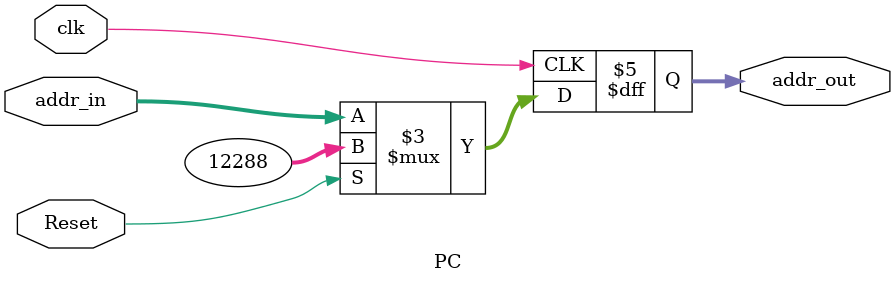
<source format=v>
/*PC主要功能是完成输出当前指令地址并保存下一条指令地址。
复位后，PC指向0x0000_3000，此处为第一条指令的地址。*/
`define PC_Initial 32'h0000_3000
module PC (clk,Reset,addr_in,addr_out);
	input [31:0] addr_in;//下条指令的地址
	input clk,Reset;//时钟，复位，功能信号定义
	output reg[31:0] addr_out;//32位指令存储器地址(当然可以将最低2位省略)

	initial 
		begin
			addr_out = `PC_Initial;
		end
	always @(posedge clk) 
		begin
			addr_out <= (Reset==1) ? `PC_Initial : addr_in;
		end
endmodule
</source>
